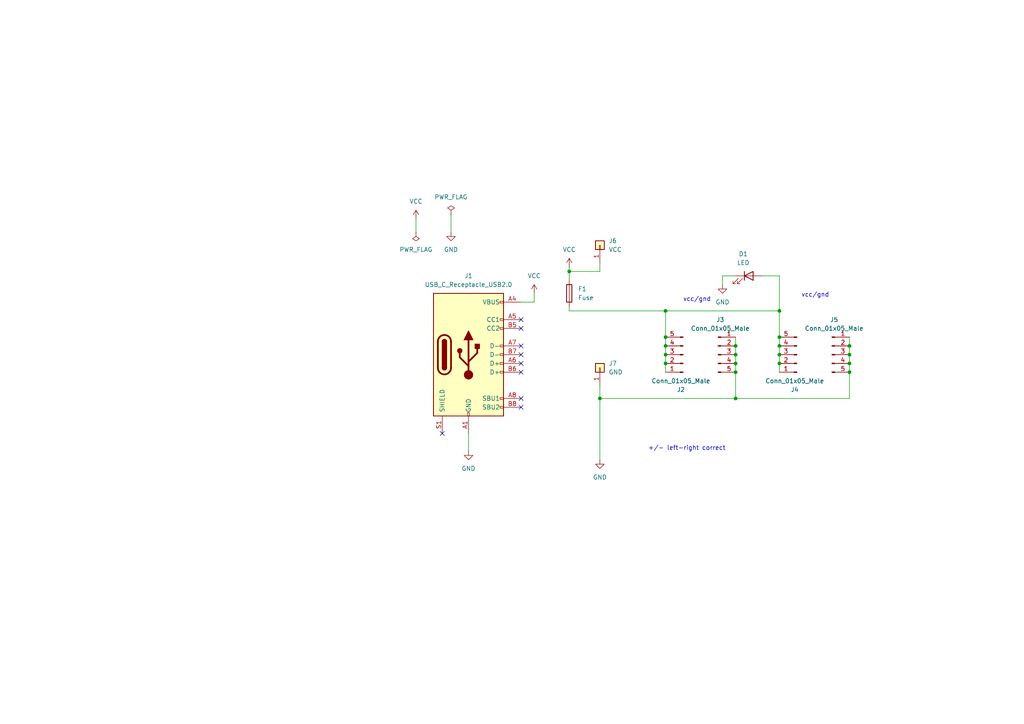
<source format=kicad_sch>
(kicad_sch (version 20211123) (generator eeschema)
  (paper "A4")
  (lib_symbols
    (symbol "Connector:Conn_01x05_Male" (pin_names (offset 1.016) hide)
      (property "Reference" "J" (at 0 7.62 0))
      (property "Value" "Conn_01x05_Male" (at 0 -7.62 0))
      (symbol "Conn_01x05_Male_1_1"
        (polyline (pts (xy 1.27 -5.08) (xy 0.8636 -5.08)) (stroke (width 0.1524)))
        (polyline (pts (xy 1.27 -2.54) (xy 0.8636 -2.54)) (stroke (width 0.1524)))
        (polyline (pts (xy 1.27 0) (xy 0.8636 0)) (stroke (width 0.1524)))
        (polyline (pts (xy 1.27 2.54) (xy 0.8636 2.54)) (stroke (width 0.1524)))
        (polyline (pts (xy 1.27 5.08) (xy 0.8636 5.08)) (stroke (width 0.1524)))
        (rectangle (start 0.8636 -4.953) (end 0 -5.207) (stroke (width 0.1524)) (fill (type outline)))
        (rectangle (start 0.8636 -2.413) (end 0 -2.667) (stroke (width 0.1524)) (fill (type outline)))
        (rectangle (start 0.8636 0.127) (end 0 -0.127) (stroke (width 0.1524)) (fill (type outline)))
        (rectangle (start 0.8636 2.667) (end 0 2.413) (stroke (width 0.1524)) (fill (type outline)))
        (rectangle (start 0.8636 5.207) (end 0 4.953) (stroke (width 0.1524)) (fill (type outline)))
        (pin passive line (at 5.08 5.08 180) (length 3.81) (name "Pin_1") (number "1"))
        (pin passive line (at 5.08 2.54 180) (length 3.81) (name "Pin_2") (number "2"))
        (pin passive line (at 5.08 0 180) (length 3.81) (name "Pin_3") (number "3"))
        (pin passive line (at 5.08 -2.54 180) (length 3.81) (name "Pin_4") (number "4"))
        (pin passive line (at 5.08 -5.08 180) (length 3.81) (name "Pin_5") (number "5"))
      )
    )
    (symbol "Connector:USB_C_Receptacle_USB2.0" (pin_names (offset 1.016))
      (property "Reference" "J" (at -10.16 19.05 0))
      (property "Value" "USB_C_Receptacle_USB2.0" (at 19.05 19.05 0))
      (symbol "USB_C_Receptacle_USB2.0_0_0"
        (rectangle (start -0.254 -17.78) (end 0.254 -16.764))
        (rectangle (start 10.16 -14.986) (end 9.144 -15.494))
        (rectangle (start 10.16 -12.446) (end 9.144 -12.954))
        (rectangle (start 10.16 -4.826) (end 9.144 -5.334))
        (rectangle (start 10.16 -2.286) (end 9.144 -2.794))
        (rectangle (start 10.16 0.254) (end 9.144 -0.254))
        (rectangle (start 10.16 2.794) (end 9.144 2.286))
        (rectangle (start 10.16 7.874) (end 9.144 7.366))
        (rectangle (start 10.16 10.414) (end 9.144 9.906))
        (rectangle (start 10.16 15.494) (end 9.144 14.986))
      )
      (symbol "USB_C_Receptacle_USB2.0_0_1"
        (rectangle (start -10.16 17.78) (end 10.16 -17.78) (stroke (width 0.254)) (fill (type background)))
        (arc (start -8.89 -3.81) (mid -6.985 -5.715) (end -5.08 -3.81) (stroke (width 0.508)))
        (arc (start -7.62 -3.81) (mid -6.985 -4.445) (end -6.35 -3.81) (stroke (width 0.254)))
        (arc (start -7.62 -3.81) (mid -6.985 -4.445) (end -6.35 -3.81) (stroke (width 0.254)) (fill (type outline)))
        (rectangle (start -7.62 -3.81) (end -6.35 3.81) (stroke (width 0.254)) (fill (type outline)))
        (arc (start -6.35 3.81) (mid -6.985 4.445) (end -7.62 3.81) (stroke (width 0.254)))
        (arc (start -6.35 3.81) (mid -6.985 4.445) (end -7.62 3.81) (stroke (width 0.254)) (fill (type outline)))
        (arc (start -5.08 3.81) (mid -6.985 5.715) (end -8.89 3.81) (stroke (width 0.508)))
        (circle (center -2.54 1.143) (radius 0.635) (stroke (width 0.254)) (fill (type outline)))
        (circle (center 0 -5.842) (radius 1.27) (fill (type outline)))
        (polyline (pts (xy -8.89 -3.81) (xy -8.89 3.81)) (stroke (width 0.508)))
        (polyline (pts (xy -5.08 3.81) (xy -5.08 -3.81)) (stroke (width 0.508)))
        (polyline (pts (xy 0 -5.842) (xy 0 4.318)) (stroke (width 0.508)))
        (polyline (pts (xy 0 -3.302) (xy -2.54 -0.762) (xy -2.54 0.508)) (stroke (width 0.508)))
        (polyline (pts (xy 0 -2.032) (xy 2.54 0.508) (xy 2.54 1.778)) (stroke (width 0.508)))
        (polyline (pts (xy -1.27 4.318) (xy 0 6.858) (xy 1.27 4.318) (xy -1.27 4.318)) (stroke (width 0.254)) (fill (type outline)))
        (rectangle (start 1.905 1.778) (end 3.175 3.048) (stroke (width 0.254)) (fill (type outline)))
      )
      (symbol "USB_C_Receptacle_USB2.0_1_1"
        (pin passive line (at 0 -22.86 90) (length 5.08) (name "GND") (number "A1"))
        (pin passive line (at 0 -22.86 90) (length 5.08) hide (name "GND") (number "A12"))
        (pin passive line (at 15.24 15.24 180) (length 5.08) (name "VBUS") (number "A4"))
        (pin bidirectional line (at 15.24 10.16 180) (length 5.08) (name "CC1") (number "A5"))
        (pin bidirectional line (at 15.24 -2.54 180) (length 5.08) (name "D+") (number "A6"))
        (pin bidirectional line (at 15.24 2.54 180) (length 5.08) (name "D-") (number "A7"))
        (pin bidirectional line (at 15.24 -12.7 180) (length 5.08) (name "SBU1") (number "A8"))
        (pin passive line (at 15.24 15.24 180) (length 5.08) hide (name "VBUS") (number "A9"))
        (pin passive line (at 0 -22.86 90) (length 5.08) hide (name "GND") (number "B1"))
        (pin passive line (at 0 -22.86 90) (length 5.08) hide (name "GND") (number "B12"))
        (pin passive line (at 15.24 15.24 180) (length 5.08) hide (name "VBUS") (number "B4"))
        (pin bidirectional line (at 15.24 7.62 180) (length 5.08) (name "CC2") (number "B5"))
        (pin bidirectional line (at 15.24 -5.08 180) (length 5.08) (name "D+") (number "B6"))
        (pin bidirectional line (at 15.24 0 180) (length 5.08) (name "D-") (number "B7"))
        (pin bidirectional line (at 15.24 -15.24 180) (length 5.08) (name "SBU2") (number "B8"))
        (pin passive line (at 15.24 15.24 180) (length 5.08) hide (name "VBUS") (number "B9"))
        (pin passive line (at -7.62 -22.86 90) (length 5.08) (name "SHIELD") (number "S1"))
      )
    )
    (symbol "Connector_Generic:Conn_01x01" (pin_names (offset 1.016) hide)
      (property "Reference" "J" (at 0 2.54 0))
      (property "Value" "Conn_01x01" (at 0 -2.54 0))
      (symbol "Conn_01x01_1_1"
        (rectangle (start -1.27 0.127) (end 0 -0.127) (stroke (width 0.1524)))
        (rectangle (start -1.27 1.27) (end 1.27 -1.27) (stroke (width 0.254)) (fill (type background)))
        (pin passive line (at -5.08 0 0) (length 3.81) (name "Pin_1") (number "1"))
      )
    )
    (symbol "Device:Fuse" (pin_numbers hide) (pin_names (offset 0))
      (property "Reference" "F" (at 2.032 0 90))
      (property "Value" "Fuse" (at -1.905 0 90))
      (symbol "Fuse_0_1"
        (rectangle (start -0.762 -2.54) (end 0.762 2.54) (stroke (width 0.254)))
        (polyline (pts (xy 0 2.54) (xy 0 -2.54)))
      )
      (symbol "Fuse_1_1"
        (pin passive line (at 0 3.81 270) (length 1.27) (name "~") (number "1"))
        (pin passive line (at 0 -3.81 90) (length 1.27) (name "~") (number "2"))
      )
    )
    (symbol "Device:LED" (pin_numbers hide) (pin_names (offset 1.016) hide)
      (property "Reference" "D" (at 0 2.54 0))
      (property "Value" "LED" (at 0 -2.54 0))
      (symbol "LED_0_1"
        (polyline (pts (xy -1.27 -1.27) (xy -1.27 1.27)) (stroke (width 0.254)))
        (polyline (pts (xy -1.27 0) (xy 1.27 0)))
        (polyline (pts (xy 1.27 -1.27) (xy 1.27 1.27) (xy -1.27 0) (xy 1.27 -1.27)) (stroke (width 0.254)))
        (polyline (pts (xy -3.048 -0.762) (xy -4.572 -2.286) (xy -3.81 -2.286) (xy -4.572 -2.286) (xy -4.572 -1.524)))
        (polyline (pts (xy -1.778 -0.762) (xy -3.302 -2.286) (xy -2.54 -2.286) (xy -3.302 -2.286) (xy -3.302 -1.524)))
      )
      (symbol "LED_1_1"
        (pin passive line (at -3.81 0 0) (length 2.54) (name "K") (number "1"))
        (pin passive line (at 3.81 0 180) (length 2.54) (name "A") (number "2"))
      )
    )
    (symbol "power:GND" (power) (pin_names (offset 0))
      (property "Value" "GND" (at 0 -3.81 0))
      (symbol "GND_0_1"
        (polyline (pts (xy 0 0) (xy 0 -1.27) (xy 1.27 -1.27) (xy 0 -2.54) (xy -1.27 -1.27) (xy 0 -1.27)))
      )
      (symbol "GND_1_1"
        (pin power_in line (at 0 0 270) (length 0) hide (name "GND") (number "1"))
      )
    )
    (symbol "power:PWR_FLAG" (power) (pin_numbers hide) (pin_names (offset 0) hide)
      (property "Value" "PWR_FLAG" (at 0 3.81 0))
      (symbol "PWR_FLAG_0_0"
        (pin power_out line (at 0 0 90) (length 0) (name "pwr") (number "1"))
      )
      (symbol "PWR_FLAG_0_1"
        (polyline (pts (xy 0 0) (xy 0 1.27) (xy -1.016 1.905) (xy 0 2.54) (xy 1.016 1.905) (xy 0 1.27)))
      )
    )
    (symbol "power:VCC" (power) (pin_names (offset 0))
      (property "Value" "VCC" (at 0 3.81 0))
      (symbol "VCC_0_1"
        (polyline (pts (xy -0.762 1.27) (xy 0 2.54)))
        (polyline (pts (xy 0 0) (xy 0 2.54)))
        (polyline (pts (xy 0 2.54) (xy 0.762 1.27)))
      )
      (symbol "VCC_1_1"
        (pin power_in line (at 0 0 90) (length 0) hide (name "VCC") (number "1"))
      )
    )
  )
  (junction (at 246.38 105.41))
  (junction (at 193.04 90.17))
  (junction (at 246.38 102.87))
  (junction (at 226.06 90.17))
  (junction (at 193.04 105.41))
  (junction (at 173.99 115.57))
  (junction (at 226.06 97.79))
  (junction (at 213.36 105.41))
  (junction (at 213.36 100.33))
  (junction (at 193.04 102.87))
  (junction (at 246.38 107.95))
  (junction (at 213.36 115.57))
  (junction (at 165.1 78.74))
  (junction (at 246.38 100.33))
  (junction (at 213.36 107.95))
  (junction (at 193.04 100.33))
  (junction (at 226.06 102.87))
  (junction (at 226.06 100.33))
  (junction (at 193.04 97.79))
  (junction (at 213.36 102.87))
  (junction (at 226.06 105.41))
  (no_connect (at 151.13 100.33))
  (no_connect (at 151.13 102.87))
  (no_connect (at 151.13 105.41))
  (no_connect (at 151.13 107.95))
  (no_connect (at 151.13 115.57))
  (no_connect (at 151.13 118.11))
  (no_connect (at 128.27 125.73))
  (no_connect (at 151.13 92.71))
  (no_connect (at 151.13 95.25))
  (wire (pts (xy 226.06 90.17) (xy 193.04 90.17)))
  (wire (pts (xy 151.13 87.63) (xy 154.94 87.63)))
  (wire (pts (xy 246.38 102.87) (xy 246.38 105.41)))
  (wire (pts (xy 173.99 76.2) (xy 173.99 78.74)))
  (wire (pts (xy 226.06 97.79) (xy 226.06 90.17)))
  (wire (pts (xy 165.1 78.74) (xy 165.1 81.28)))
  (wire (pts (xy 135.89 125.73) (xy 135.89 130.81)))
  (wire (pts (xy 173.99 115.57) (xy 173.99 133.35)))
  (wire (pts (xy 209.55 80.01) (xy 213.36 80.01)))
  (wire (pts (xy 165.1 77.47) (xy 165.1 78.74)))
  (wire (pts (xy 226.06 102.87) (xy 226.06 105.41)))
  (wire (pts (xy 226.06 105.41) (xy 226.06 107.95)))
  (wire (pts (xy 246.38 97.79) (xy 246.38 100.33)))
  (wire (pts (xy 213.36 102.87) (xy 213.36 105.41)))
  (wire (pts (xy 173.99 78.74) (xy 165.1 78.74)))
  (wire (pts (xy 226.06 97.79) (xy 226.06 100.33)))
  (wire (pts (xy 213.36 100.33) (xy 213.36 102.87)))
  (wire (pts (xy 213.36 115.57) (xy 213.36 107.95)))
  (wire (pts (xy 246.38 107.95) (xy 246.38 115.57)))
  (wire (pts (xy 193.04 105.41) (xy 193.04 107.95)))
  (wire (pts (xy 246.38 115.57) (xy 213.36 115.57)))
  (wire (pts (xy 173.99 111.76) (xy 173.99 115.57)))
  (wire (pts (xy 226.06 100.33) (xy 226.06 102.87)))
  (wire (pts (xy 193.04 100.33) (xy 193.04 102.87)))
  (wire (pts (xy 193.04 90.17) (xy 193.04 97.79)))
  (wire (pts (xy 213.36 115.57) (xy 173.99 115.57)))
  (wire (pts (xy 213.36 97.79) (xy 213.36 100.33)))
  (wire (pts (xy 130.81 62.23) (xy 130.81 67.31)))
  (wire (pts (xy 220.98 80.01) (xy 226.06 80.01)))
  (wire (pts (xy 193.04 90.17) (xy 165.1 90.17)))
  (wire (pts (xy 246.38 105.41) (xy 246.38 107.95)))
  (wire (pts (xy 154.94 87.63) (xy 154.94 85.09)))
  (wire (pts (xy 193.04 97.79) (xy 193.04 100.33)))
  (wire (pts (xy 226.06 80.01) (xy 226.06 90.17)))
  (wire (pts (xy 165.1 90.17) (xy 165.1 88.9)))
  (wire (pts (xy 213.36 105.41) (xy 213.36 107.95)))
  (wire (pts (xy 193.04 102.87) (xy 193.04 105.41)))
  (wire (pts (xy 209.55 82.55) (xy 209.55 80.01)))
  (wire (pts (xy 120.65 63.5) (xy 120.65 67.31)))
  (wire (pts (xy 246.38 100.33) (xy 246.38 102.87)))
  (text "vcc/gnd\n" (at 198.12 87.63 0) (effects (font (size 1.27 1.27)) (justify left bottom)))
  (text "+/- left-right correct\n" (at 187.96 130.81 0) (effects (font (size 1.27 1.27)) (justify left bottom)))
  (text "vcc/gnd\n" (at 232.41 86.36 0) (effects (font (size 1.27 1.27)) (justify left bottom)))
  (symbol (lib_id "Device:Fuse") (at 165.1 85.09 0) (unit 1)
    (property "Reference" "F1" (at 167.64 83.8199 0) (effects (justify left)))
    (property "Value" "Fuse" (at 167.64 86.3599 0) (effects (justify left)))
    (property "Footprint" "Fuse:Fuse_1812_4532Metric_Pad1.30x3.40mm_HandSolder" (effects hide))
  )
  (symbol (lib_id "Connector:USB_C_Receptacle_USB2.0") (at 135.89 102.87 0) (unit 1)
    (property "Reference" "J1" (at 135.89 80.01 0))
    (property "Value" "USB_C_Receptacle_USB2.0" (at 135.89 82.55 0))
    (property "Footprint" "Connector_USB:USB_C_Receptacle_HRO_TYPE-C-31-M-12" (effects hide))
    (property "Datasheet" "https://www.usb.org/sites/default/files/documents/usb_type-c.zip" (effects hide))
  )
  (symbol (lib_id "power:GND") (at 130.81 67.31 0) (unit 1)
    (property "Reference" "#PWR06" (effects hide))
    (property "Value" "GND" (at 130.81 72.39 0))
  )
  (symbol (lib_id "Connector_Generic:Conn_01x01") (at 173.99 106.68 90) (unit 1)
    (property "Reference" "J7" (at 176.53 105.4099 90) (effects (justify right)))
    (property "Value" "GND" (at 176.53 107.9499 90) (effects (justify right)))
    (property "Footprint" "0myLib:5mm_pad" (effects hide))
  )
  (symbol (lib_id "power:GND") (at 135.89 130.81 0) (unit 1)
    (property "Reference" "#PWR01" (effects hide))
    (property "Value" "GND" (at 135.89 135.89 0))
  )
  (symbol (lib_id "power:VCC") (at 165.1 77.47 0) (unit 1)
    (property "Reference" "#PWR03" (effects hide))
    (property "Value" "VCC" (at 165.1 72.39 0))
  )
  (symbol (lib_id "Connector:Conn_01x05_Male") (at 231.14 102.87 180) (unit 1)
    (property "Reference" "J4" (at 230.505 113.03 0))
    (property "Value" "Conn_01x05_Male" (at 230.505 110.49 0))
    (property "Footprint" "Connector_PinHeader_2.54mm:PinHeader_1x05_P2.54mm_Vertical" (effects hide))
  )
  (symbol (lib_id "power:VCC") (at 120.65 63.5 0) (unit 1)
    (property "Reference" "#PWR05" (effects hide))
    (property "Value" "VCC" (at 120.65 58.42 0))
  )
  (symbol (lib_id "Device:LED") (at 217.17 80.01 0) (unit 1)
    (property "Reference" "D1" (at 215.5825 73.66 0))
    (property "Value" "LED" (at 215.5825 76.2 0))
    (property "Footprint" "LED_THT:LED_D3.0mm" (effects hide))
  )
  (symbol (lib_id "power:PWR_FLAG") (at 130.81 62.23 0) (unit 1)
    (property "Reference" "#FLG02" (effects hide))
    (property "Value" "PWR_FLAG" (at 130.81 57.15 0))
  )
  (symbol (lib_id "Connector_Generic:Conn_01x01") (at 173.99 71.12 90) (unit 1)
    (property "Reference" "J6" (at 176.53 69.8499 90) (effects (justify right)))
    (property "Value" "VCC" (at 176.53 72.3899 90) (effects (justify right)))
    (property "Footprint" "0myLib:5mm_pad" (effects hide))
  )
  (symbol (lib_id "power:GND") (at 173.99 133.35 0) (unit 1)
    (property "Reference" "#PWR04" (effects hide))
    (property "Value" "GND" (at 173.99 138.43 0))
  )
  (symbol (lib_id "Connector:Conn_01x05_Male") (at 198.12 102.87 180) (unit 1)
    (property "Reference" "J2" (at 197.485 113.03 0))
    (property "Value" "Conn_01x05_Male" (at 197.485 110.49 0))
    (property "Footprint" "Connector_PinHeader_2.54mm:PinHeader_1x05_P2.54mm_Vertical" (effects hide))
  )
  (symbol (lib_id "Connector:Conn_01x05_Male") (at 241.3 102.87 0) (unit 1)
    (property "Reference" "J5" (at 241.935 92.71 0))
    (property "Value" "Conn_01x05_Male" (at 241.935 95.25 0))
    (property "Footprint" "Connector_PinHeader_2.54mm:PinHeader_1x05_P2.54mm_Vertical" (effects hide))
  )
  (symbol (lib_id "Connector:Conn_01x05_Male") (at 208.28 102.87 0) (unit 1)
    (property "Reference" "J3" (at 208.915 92.71 0))
    (property "Value" "Conn_01x05_Male" (at 208.915 95.25 0))
    (property "Footprint" "Connector_PinHeader_2.54mm:PinHeader_1x05_P2.54mm_Vertical" (effects hide))
  )
  (symbol (lib_id "power:PWR_FLAG") (at 120.65 67.31 180) (unit 1)
    (property "Reference" "#FLG01" (effects hide))
    (property "Value" "PWR_FLAG" (at 120.65 72.39 0))
  )
  (symbol (lib_id "power:GND") (at 209.55 82.55 0) (unit 1)
    (property "Reference" "#PWR07" (effects hide))
    (property "Value" "GND" (at 209.55 87.63 0))
  )
  (symbol (lib_id "power:VCC") (at 154.94 85.09 0) (unit 1)
    (property "Reference" "#PWR02" (effects hide))
    (property "Value" "VCC" (at 154.94 80.01 0))
  )
)
</source>
